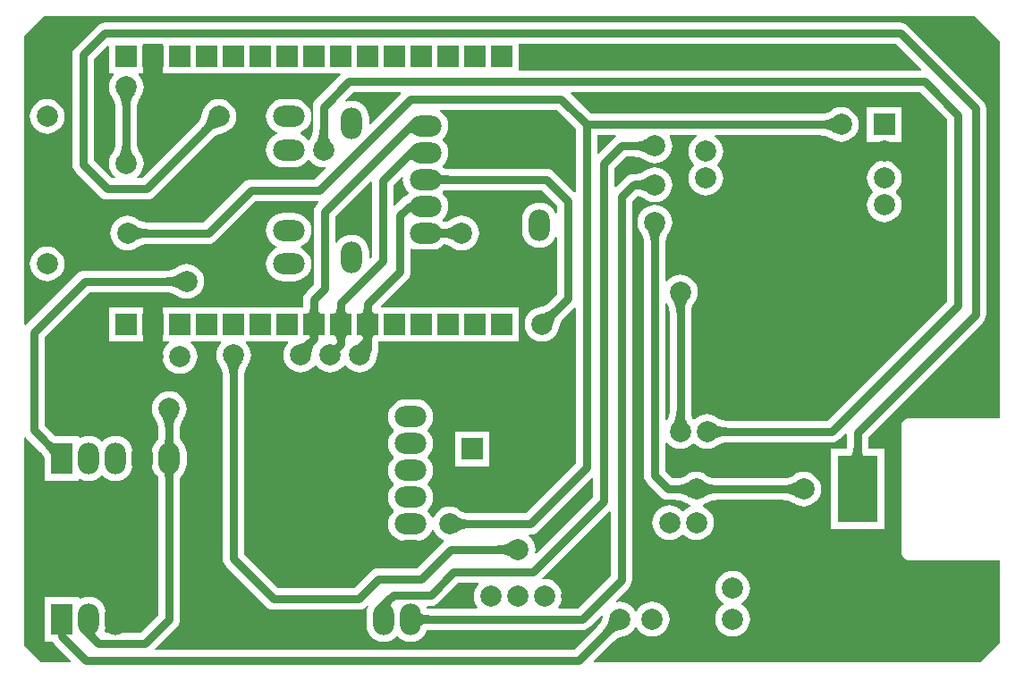
<source format=gbr>
%TF.GenerationSoftware,Altium Limited,Altium Designer,18.1.6 (161)*%
G04 Layer_Physical_Order=1*
G04 Layer_Color=255*
%FSLAX44Y44*%
%MOMM*%
%TF.FileFunction,Copper,L1,Top,Signal*%
%TF.Part,Single*%
G01*
G75*
%TA.AperFunction,Conductor*%
%ADD10C,0.7620*%
%TA.AperFunction,ComponentPad*%
%ADD11C,2.0000*%
%ADD12R,2.0000X2.0000*%
%ADD13O,2.0000X3.0000*%
%ADD14R,2.0000X3.0000*%
%ADD15R,3.8100X6.3500*%
%ADD16O,3.0000X2.0000*%
%ADD17R,2.0000X2.0000*%
%ADD18R,3.0000X2.0000*%
%ADD19O,2.0000X3.0000*%
%TA.AperFunction,ViaPad*%
%ADD20C,2.0000*%
G36*
X1142487Y1172201D02*
X1142001Y1171028D01*
X761840D01*
Y1196252D01*
X1118435D01*
X1142487Y1172201D01*
D02*
G37*
G36*
X397032Y1148507D02*
X396333Y1147364D01*
X395716Y1146172D01*
X395181Y1144931D01*
X394729Y1143642D01*
X394358Y1142302D01*
X394070Y1140914D01*
X393865Y1139477D01*
X393741Y1137990D01*
X393700Y1136454D01*
X386080D01*
X386039Y1137990D01*
X385915Y1139477D01*
X385710Y1140914D01*
X385422Y1142302D01*
X385051Y1143642D01*
X384599Y1144931D01*
X384064Y1146172D01*
X383447Y1147364D01*
X382748Y1148507D01*
X381966Y1149600D01*
X397814D01*
X397032Y1148507D01*
D02*
G37*
G36*
X649727Y1149359D02*
X620853Y1120485D01*
X619679Y1120971D01*
Y1126410D01*
X619364Y1129615D01*
X618428Y1132697D01*
X616910Y1135537D01*
X614867Y1138027D01*
X612378Y1140070D01*
X609537Y1141589D01*
X606455Y1142523D01*
X603250Y1142839D01*
X600045Y1142523D01*
X598175Y1141956D01*
X597501Y1143079D01*
X604955Y1150532D01*
X649240D01*
X649727Y1149359D01*
D02*
G37*
G36*
X1060700Y1112216D02*
X1059607Y1112998D01*
X1058464Y1113697D01*
X1057272Y1114314D01*
X1056031Y1114849D01*
X1054742Y1115302D01*
X1053402Y1115672D01*
X1052014Y1115960D01*
X1050577Y1116165D01*
X1049090Y1116289D01*
X1047554Y1116330D01*
Y1123950D01*
X1049090Y1123991D01*
X1050577Y1124115D01*
X1052014Y1124320D01*
X1053402Y1124608D01*
X1054742Y1124978D01*
X1056031Y1125431D01*
X1057272Y1125966D01*
X1058464Y1126583D01*
X1059607Y1127282D01*
X1060700Y1128064D01*
Y1112216D01*
D02*
G37*
G36*
X478810Y1117843D02*
X477484Y1117623D01*
X476181Y1117310D01*
X474902Y1116903D01*
X473647Y1116404D01*
X472415Y1115812D01*
X471206Y1115127D01*
X470021Y1114349D01*
X468859Y1113478D01*
X467720Y1112514D01*
X466605Y1111457D01*
X461217Y1116845D01*
X462274Y1117960D01*
X463238Y1119099D01*
X464109Y1120261D01*
X464887Y1121446D01*
X465572Y1122655D01*
X466164Y1123887D01*
X466663Y1125142D01*
X467070Y1126421D01*
X467383Y1127724D01*
X467603Y1129050D01*
X478810Y1117843D01*
D02*
G37*
G36*
X662028Y1110996D02*
X661809Y1111800D01*
X661463Y1112369D01*
X660989Y1112703D01*
X660387Y1112801D01*
X659658Y1112664D01*
X658801Y1112292D01*
X657817Y1111684D01*
X656705Y1110841D01*
X655465Y1109763D01*
X654098Y1108449D01*
X650094Y1115222D01*
X659771Y1124436D01*
X662028Y1110996D01*
D02*
G37*
G36*
X580431Y1113720D02*
X580555Y1112233D01*
X580760Y1110796D01*
X581048Y1109408D01*
X581418Y1108068D01*
X581871Y1106778D01*
X582406Y1105538D01*
X583023Y1104346D01*
X583722Y1103203D01*
X584504Y1102110D01*
X568656D01*
X569438Y1103203D01*
X570137Y1104346D01*
X570754Y1105538D01*
X571289Y1106778D01*
X571741Y1108068D01*
X572112Y1109408D01*
X572400Y1110796D01*
X572605Y1112233D01*
X572729Y1113720D01*
X572770Y1115256D01*
X580390D01*
X580431Y1113720D01*
D02*
G37*
G36*
X853305Y1108762D02*
X853302Y1108622D01*
X851274Y1107066D01*
X836921Y1092713D01*
X835748Y1093199D01*
Y1109892D01*
X852524D01*
X853305Y1108762D01*
D02*
G37*
G36*
X884170Y1091896D02*
X883077Y1092678D01*
X881934Y1093377D01*
X880742Y1093994D01*
X879501Y1094529D01*
X878212Y1094982D01*
X876872Y1095352D01*
X875484Y1095640D01*
X874047Y1095845D01*
X872560Y1095969D01*
X871024Y1096010D01*
Y1103630D01*
X872560Y1103671D01*
X874047Y1103795D01*
X875484Y1104000D01*
X876872Y1104288D01*
X878212Y1104659D01*
X879501Y1105111D01*
X880742Y1105646D01*
X881934Y1106263D01*
X883077Y1106962D01*
X884170Y1107744D01*
Y1091896D01*
D02*
G37*
G36*
X393741Y1101020D02*
X393865Y1099533D01*
X394070Y1098096D01*
X394358Y1096708D01*
X394729Y1095368D01*
X395181Y1094079D01*
X395716Y1092838D01*
X396333Y1091646D01*
X397032Y1090503D01*
X397814Y1089410D01*
X381966D01*
X382748Y1090503D01*
X383447Y1091646D01*
X384064Y1092838D01*
X384599Y1094079D01*
X385051Y1095368D01*
X385422Y1096708D01*
X385710Y1098096D01*
X385915Y1099533D01*
X386039Y1101020D01*
X386080Y1102556D01*
X393700D01*
X393741Y1101020D01*
D02*
G37*
G36*
X662028Y1085596D02*
X661809Y1086400D01*
X661463Y1086969D01*
X660989Y1087303D01*
X660387Y1087401D01*
X659658Y1087264D01*
X658801Y1086892D01*
X657817Y1086284D01*
X656705Y1085441D01*
X655465Y1084363D01*
X654098Y1083049D01*
X650094Y1089822D01*
X659771Y1099036D01*
X662028Y1085596D01*
D02*
G37*
G36*
X373540Y1194318D02*
Y1168560D01*
X377902D01*
X378203Y1167721D01*
X378251Y1167290D01*
X376230Y1164827D01*
X374711Y1161987D01*
X373777Y1158905D01*
X373461Y1155700D01*
X373777Y1152495D01*
X374711Y1149413D01*
X376230Y1146572D01*
X376532Y1146204D01*
X376699Y1145835D01*
X377346Y1144929D01*
X377804Y1144182D01*
X378209Y1143399D01*
X378564Y1142576D01*
X378870Y1141705D01*
X379125Y1140781D01*
X379329Y1139797D01*
X379479Y1138749D01*
X379572Y1137635D01*
X379608Y1136281D01*
X379642Y1136129D01*
Y1102881D01*
X379608Y1102729D01*
X379572Y1101375D01*
X379479Y1100261D01*
X379329Y1099213D01*
X379125Y1098229D01*
X378870Y1097305D01*
X378564Y1096434D01*
X378209Y1095611D01*
X377804Y1094828D01*
X377346Y1094081D01*
X376699Y1093175D01*
X376532Y1092806D01*
X376230Y1092438D01*
X374711Y1089597D01*
X373777Y1086515D01*
X373461Y1083310D01*
X373777Y1080105D01*
X374711Y1077023D01*
X376230Y1074183D01*
X378273Y1071693D01*
X379485Y1070698D01*
X379031Y1069428D01*
X376355D01*
X359498Y1086285D01*
Y1181935D01*
X372367Y1194804D01*
X373540Y1194318D01*
D02*
G37*
G36*
X684615Y1074947D02*
X684930Y1074303D01*
X685453Y1073735D01*
X686186Y1073243D01*
X687129Y1072827D01*
X688280Y1072486D01*
X689642Y1072221D01*
X691213Y1072031D01*
X692993Y1071918D01*
X694982Y1071880D01*
Y1064260D01*
X692993Y1064222D01*
X689642Y1063919D01*
X688280Y1063654D01*
X687129Y1063313D01*
X686186Y1062897D01*
X685453Y1062405D01*
X684930Y1061837D01*
X684615Y1061193D01*
X684511Y1060474D01*
Y1075666D01*
X684615Y1074947D01*
D02*
G37*
G36*
X815252Y1115895D02*
Y1056506D01*
X813982Y1055980D01*
X794646Y1075316D01*
X792524Y1076945D01*
X790052Y1077969D01*
X787400Y1078318D01*
X787400Y1078318D01*
X695268D01*
X695106Y1078353D01*
X693261Y1078388D01*
X691806Y1078481D01*
X690649Y1078621D01*
X690582Y1078634D01*
X689717Y1079687D01*
X689399Y1079949D01*
X689217Y1080964D01*
X689295Y1081404D01*
X689379Y1081576D01*
X689717Y1081853D01*
X691760Y1084342D01*
X693279Y1087183D01*
X694213Y1090265D01*
X694529Y1093470D01*
X694213Y1096675D01*
X693279Y1099757D01*
X691760Y1102598D01*
X689717Y1105087D01*
X689171Y1105535D01*
Y1106805D01*
X689717Y1107253D01*
X691760Y1109743D01*
X693279Y1112583D01*
X694213Y1115665D01*
X694529Y1118870D01*
X694213Y1122075D01*
X693279Y1125157D01*
X691760Y1127998D01*
X689717Y1130487D01*
X687227Y1132530D01*
X686741Y1132790D01*
X687050Y1134022D01*
X797125D01*
X815252Y1115895D01*
D02*
G37*
G36*
X884170Y1055066D02*
X883077Y1055848D01*
X881934Y1056547D01*
X880742Y1057164D01*
X879501Y1057699D01*
X878212Y1058151D01*
X876872Y1058522D01*
X875484Y1058810D01*
X874047Y1059015D01*
X872560Y1059139D01*
X871024Y1059180D01*
Y1066800D01*
X872560Y1066841D01*
X874047Y1066965D01*
X875484Y1067170D01*
X876872Y1067458D01*
X878212Y1067829D01*
X879501Y1068281D01*
X880742Y1068816D01*
X881934Y1069433D01*
X883077Y1070132D01*
X884170Y1070914D01*
Y1055066D01*
D02*
G37*
G36*
X651851Y1069903D02*
X651671Y1068070D01*
X651987Y1064865D01*
X652922Y1061783D01*
X654440Y1058942D01*
X656483Y1056453D01*
X657029Y1056005D01*
Y1054735D01*
X656483Y1054287D01*
X655003Y1052484D01*
X652736Y1051545D01*
X650614Y1049916D01*
X650614Y1049916D01*
X643881Y1043183D01*
X642708Y1043670D01*
Y1062555D01*
X650632Y1070480D01*
X651851Y1069903D01*
D02*
G37*
G36*
X797472Y1043505D02*
Y1036452D01*
X796228Y1036177D01*
X794710Y1039017D01*
X792667Y1041507D01*
X790178Y1043550D01*
X787337Y1045069D01*
X784255Y1046003D01*
X781050Y1046319D01*
X777845Y1046003D01*
X774763Y1045069D01*
X771923Y1043550D01*
X769433Y1041507D01*
X767390Y1039017D01*
X765872Y1036177D01*
X764937Y1033095D01*
X764621Y1029890D01*
Y1019890D01*
X764937Y1016685D01*
X765872Y1013603D01*
X767390Y1010762D01*
X769433Y1008273D01*
X771923Y1006230D01*
X774763Y1004712D01*
X777845Y1003777D01*
X781050Y1003461D01*
X784255Y1003777D01*
X787337Y1004712D01*
X790178Y1006230D01*
X792667Y1008273D01*
X794710Y1010762D01*
X796228Y1013603D01*
X797472Y1013328D01*
Y959285D01*
X790182Y951995D01*
X790051Y951912D01*
X789068Y950980D01*
X788214Y950257D01*
X787368Y949623D01*
X786528Y949072D01*
X785693Y948599D01*
X784862Y948199D01*
X784029Y947868D01*
X783189Y947601D01*
X782336Y947396D01*
X781238Y947213D01*
X780860Y947070D01*
X780385Y947023D01*
X777303Y946088D01*
X774463Y944570D01*
X771973Y942527D01*
X769930Y940038D01*
X768411Y937197D01*
X767477Y934115D01*
X767161Y930910D01*
X767477Y927705D01*
X768411Y924623D01*
X769930Y921783D01*
X771973Y919293D01*
X774463Y917250D01*
X777303Y915732D01*
X780385Y914797D01*
X783590Y914481D01*
X786795Y914797D01*
X789877Y915732D01*
X792718Y917250D01*
X795207Y919293D01*
X797250Y921783D01*
X798768Y924623D01*
X799704Y927705D01*
X799750Y928180D01*
X799893Y928558D01*
X800076Y929656D01*
X800281Y930509D01*
X800548Y931349D01*
X800879Y932182D01*
X801279Y933013D01*
X801752Y933848D01*
X802303Y934688D01*
X802937Y935534D01*
X803660Y936387D01*
X804592Y937371D01*
X804675Y937502D01*
X813982Y946810D01*
X815252Y946284D01*
Y799265D01*
X767915Y751928D01*
X715531D01*
X715379Y751962D01*
X714025Y751998D01*
X712911Y752091D01*
X711863Y752241D01*
X710879Y752445D01*
X709955Y752700D01*
X709084Y753006D01*
X708261Y753361D01*
X707478Y753766D01*
X706731Y754224D01*
X705825Y754871D01*
X705456Y755038D01*
X705088Y755340D01*
X702247Y756859D01*
X699165Y757794D01*
X695960Y758109D01*
X692755Y757794D01*
X689673Y756859D01*
X686833Y755340D01*
X684343Y753297D01*
X682300Y750807D01*
X680781Y747967D01*
X680680Y747633D01*
X679410D01*
X679308Y747967D01*
X677790Y750807D01*
X675747Y753297D01*
X675201Y753745D01*
Y755015D01*
X675747Y755463D01*
X677790Y757952D01*
X679308Y760793D01*
X680243Y763875D01*
X680559Y767080D01*
X680243Y770285D01*
X679308Y773367D01*
X677790Y776208D01*
X675747Y778697D01*
X675201Y779145D01*
Y780415D01*
X675747Y780863D01*
X677790Y783353D01*
X679308Y786193D01*
X680243Y789275D01*
X680559Y792480D01*
X680243Y795685D01*
X679308Y798767D01*
X677790Y801608D01*
X675747Y804097D01*
X675201Y804545D01*
Y805815D01*
X675747Y806263D01*
X677790Y808753D01*
X679308Y811593D01*
X680243Y814675D01*
X680559Y817880D01*
X680243Y821085D01*
X679308Y824167D01*
X677790Y827008D01*
X675747Y829497D01*
X675201Y829945D01*
Y831215D01*
X675747Y831663D01*
X677790Y834153D01*
X679308Y836993D01*
X680243Y840075D01*
X680559Y843280D01*
X680243Y846485D01*
X679308Y849567D01*
X677790Y852408D01*
X675747Y854897D01*
X673258Y856940D01*
X670417Y858458D01*
X667335Y859393D01*
X664130Y859709D01*
X654130D01*
X650925Y859393D01*
X647843Y858458D01*
X645003Y856940D01*
X642513Y854897D01*
X640470Y852408D01*
X638951Y849567D01*
X638017Y846485D01*
X637701Y843280D01*
X638017Y840075D01*
X638951Y836993D01*
X640470Y834153D01*
X642513Y831663D01*
X643059Y831215D01*
Y829945D01*
X642513Y829497D01*
X640470Y827008D01*
X638951Y824167D01*
X638017Y821085D01*
X637701Y817880D01*
X638017Y814675D01*
X638951Y811593D01*
X640470Y808753D01*
X642513Y806263D01*
X643059Y805815D01*
Y804545D01*
X642513Y804097D01*
X640470Y801608D01*
X638951Y798767D01*
X638017Y795685D01*
X637701Y792480D01*
X638017Y789275D01*
X638951Y786193D01*
X640470Y783353D01*
X642513Y780863D01*
X643059Y780415D01*
Y779145D01*
X642513Y778697D01*
X640470Y776208D01*
X638951Y773367D01*
X638017Y770285D01*
X637701Y767080D01*
X638017Y763875D01*
X638951Y760793D01*
X640470Y757952D01*
X642513Y755463D01*
X643059Y755015D01*
Y753745D01*
X642513Y753297D01*
X640470Y750807D01*
X638951Y747967D01*
X638017Y744885D01*
X637701Y741680D01*
X638017Y738475D01*
X638951Y735393D01*
X640470Y732552D01*
X642513Y730063D01*
X645003Y728020D01*
X647843Y726501D01*
X650925Y725566D01*
X654130Y725251D01*
X664130D01*
X667335Y725566D01*
X670417Y726501D01*
X673258Y728020D01*
X675747Y730063D01*
X677790Y732552D01*
X679308Y735393D01*
X679410Y735727D01*
X680680D01*
X680781Y735393D01*
X682300Y732552D01*
X684343Y730063D01*
X686833Y728020D01*
X689673Y726501D01*
X690158Y726354D01*
X690386Y725105D01*
X689984Y724796D01*
X665045Y699858D01*
X628650D01*
X625998Y699509D01*
X623526Y698485D01*
X621404Y696856D01*
X605355Y680808D01*
X533835D01*
X501738Y712905D01*
Y882129D01*
X501772Y882281D01*
X501808Y883635D01*
X501901Y884749D01*
X502051Y885797D01*
X502255Y886781D01*
X502510Y887705D01*
X502816Y888576D01*
X503171Y889399D01*
X503576Y890182D01*
X504034Y890929D01*
X504681Y891835D01*
X504848Y892204D01*
X505150Y892572D01*
X506669Y895413D01*
X507603Y898495D01*
X507919Y901700D01*
X507603Y904905D01*
X506669Y907987D01*
X505150Y910827D01*
X503129Y913290D01*
X503177Y913721D01*
X503478Y914560D01*
X543002D01*
X543302Y913721D01*
X543351Y913290D01*
X541330Y910827D01*
X539812Y907987D01*
X538876Y904905D01*
X538561Y901700D01*
X538876Y898495D01*
X539812Y895413D01*
X541330Y892572D01*
X543373Y890083D01*
X545863Y888040D01*
X548703Y886522D01*
X551785Y885586D01*
X554990Y885271D01*
X558195Y885586D01*
X561277Y886522D01*
X564118Y888040D01*
X566607Y890083D01*
X568155Y891969D01*
X568272Y892033D01*
X569648D01*
X569765Y891969D01*
X571313Y890083D01*
X573802Y888040D01*
X576643Y886522D01*
X579725Y885586D01*
X582930Y885271D01*
X586135Y885586D01*
X589217Y886522D01*
X592057Y888040D01*
X594547Y890083D01*
X596095Y891969D01*
X596212Y892033D01*
X597588D01*
X597705Y891969D01*
X599253Y890083D01*
X601743Y888040D01*
X604583Y886522D01*
X607665Y885586D01*
X610870Y885271D01*
X614075Y885586D01*
X617157Y886522D01*
X619997Y888040D01*
X622487Y890083D01*
X624530Y892572D01*
X626049Y895413D01*
X626983Y898495D01*
X627285Y901552D01*
X627365Y901656D01*
X628388Y904128D01*
X628738Y906780D01*
X628738Y906780D01*
Y912998D01*
X628772Y913150D01*
X628805Y914398D01*
X628819Y914560D01*
X761840D01*
Y947260D01*
X631434D01*
X630948Y948433D01*
X656216Y973702D01*
X656216Y973702D01*
X657845Y975824D01*
X658868Y978296D01*
X659218Y980948D01*
Y1002243D01*
X660307Y1002896D01*
X661813Y1002092D01*
X664895Y1001156D01*
X668100Y1000841D01*
X678100D01*
X681305Y1001156D01*
X684387Y1002092D01*
X687227Y1003610D01*
X688170Y1004383D01*
X688382Y1004484D01*
X688635Y1004764D01*
X688815Y1004913D01*
X689089Y1005096D01*
X689150Y1005188D01*
X689717Y1005653D01*
X690579Y1006703D01*
X691162Y1006756D01*
X691487Y1006709D01*
X692471Y1006505D01*
X693395Y1006250D01*
X694266Y1005944D01*
X695089Y1005589D01*
X695872Y1005184D01*
X696619Y1004726D01*
X697525Y1004079D01*
X697894Y1003912D01*
X698262Y1003610D01*
X701103Y1002092D01*
X704185Y1001156D01*
X707390Y1000841D01*
X710595Y1001156D01*
X713677Y1002092D01*
X716517Y1003610D01*
X719007Y1005653D01*
X721050Y1008142D01*
X722569Y1010983D01*
X723503Y1014065D01*
X723819Y1017270D01*
X723503Y1020475D01*
X722569Y1023557D01*
X721050Y1026397D01*
X719007Y1028887D01*
X716517Y1030930D01*
X713677Y1032449D01*
X710595Y1033383D01*
X707390Y1033699D01*
X704185Y1033383D01*
X701103Y1032449D01*
X698262Y1030930D01*
X697894Y1030628D01*
X697525Y1030461D01*
X696619Y1029814D01*
X695872Y1029356D01*
X695089Y1028951D01*
X694266Y1028596D01*
X693395Y1028290D01*
X692471Y1028035D01*
X691487Y1027831D01*
X691065Y1027770D01*
X690649Y1027821D01*
X690582Y1027834D01*
X689717Y1028887D01*
X689399Y1029148D01*
X689217Y1030164D01*
X689295Y1030604D01*
X689379Y1030776D01*
X689717Y1031053D01*
X691760Y1033542D01*
X693279Y1036383D01*
X694213Y1039465D01*
X694529Y1042670D01*
X694213Y1045875D01*
X693279Y1048957D01*
X691760Y1051797D01*
X689717Y1054287D01*
X689379Y1054564D01*
X689295Y1054736D01*
X689217Y1055176D01*
X689399Y1056191D01*
X689717Y1056453D01*
X690579Y1057503D01*
X693346Y1057753D01*
X695106Y1057787D01*
X695268Y1057822D01*
X783155D01*
X797472Y1043505D01*
D02*
G37*
G36*
X701290Y1009346D02*
X700197Y1010128D01*
X699054Y1010827D01*
X697862Y1011444D01*
X696621Y1011979D01*
X695331Y1012431D01*
X693992Y1012802D01*
X692604Y1013090D01*
X691331Y1013272D01*
X689642Y1013119D01*
X688280Y1012854D01*
X687129Y1012513D01*
X686186Y1012097D01*
X685453Y1011605D01*
X684930Y1011037D01*
X684615Y1010393D01*
X684511Y1009674D01*
Y1024866D01*
X684615Y1024147D01*
X684930Y1023503D01*
X685453Y1022935D01*
X686186Y1022443D01*
X687129Y1022027D01*
X688280Y1021686D01*
X689642Y1021421D01*
X691129Y1021242D01*
X691167Y1021245D01*
X692604Y1021450D01*
X693992Y1021738D01*
X695331Y1022109D01*
X696621Y1022561D01*
X697862Y1023096D01*
X699054Y1023713D01*
X700197Y1024412D01*
X701290Y1025194D01*
Y1009346D01*
D02*
G37*
G36*
X398353Y1024412D02*
X399496Y1023713D01*
X400688Y1023096D01*
X401928Y1022561D01*
X403218Y1022109D01*
X404558Y1021738D01*
X405946Y1021450D01*
X407383Y1021245D01*
X408870Y1021121D01*
X410406Y1021080D01*
Y1013460D01*
X408870Y1013419D01*
X407383Y1013295D01*
X405946Y1013090D01*
X404558Y1012802D01*
X403218Y1012431D01*
X401928Y1011979D01*
X400688Y1011444D01*
X399496Y1010827D01*
X398353Y1010128D01*
X397260Y1009346D01*
Y1025194D01*
X398353Y1024412D01*
D02*
G37*
G36*
X897412Y1020237D02*
X896713Y1019094D01*
X896096Y1017902D01*
X895561Y1016662D01*
X895108Y1015371D01*
X894738Y1014032D01*
X894450Y1012644D01*
X894245Y1011207D01*
X894121Y1009720D01*
X894080Y1008184D01*
X886460D01*
X886419Y1009720D01*
X886295Y1011207D01*
X886090Y1012644D01*
X885802Y1014032D01*
X885432Y1015371D01*
X884979Y1016662D01*
X884444Y1017902D01*
X883827Y1019094D01*
X883128Y1020237D01*
X882346Y1021330D01*
X898194D01*
X897412Y1020237D01*
D02*
G37*
G36*
X622212Y1065664D02*
Y994845D01*
X620853Y993485D01*
X619679Y993971D01*
Y999410D01*
X619364Y1002615D01*
X618428Y1005697D01*
X616910Y1008538D01*
X614867Y1011027D01*
X612378Y1013070D01*
X609537Y1014588D01*
X606455Y1015523D01*
X603250Y1015839D01*
X600045Y1015523D01*
X596963Y1014588D01*
X594123Y1013070D01*
X591633Y1011027D01*
X589590Y1008538D01*
X589330Y1008051D01*
X588098Y1008360D01*
Y1033345D01*
X620942Y1066190D01*
X622212Y1065664D01*
D02*
G37*
G36*
X440940Y963626D02*
X439847Y964408D01*
X438704Y965107D01*
X437512Y965724D01*
X436272Y966259D01*
X434981Y966712D01*
X433642Y967082D01*
X432254Y967370D01*
X430817Y967575D01*
X429330Y967699D01*
X427794Y967740D01*
Y975360D01*
X429330Y975401D01*
X430817Y975525D01*
X432254Y975730D01*
X433642Y976018D01*
X434981Y976388D01*
X436272Y976841D01*
X437512Y977376D01*
X438704Y977993D01*
X439847Y978692D01*
X440940Y979474D01*
Y963626D01*
D02*
G37*
G36*
X921542Y954197D02*
X920843Y953054D01*
X920226Y951862D01*
X919691Y950621D01*
X919239Y949332D01*
X918868Y947992D01*
X918580Y946604D01*
X918375Y945167D01*
X918251Y943680D01*
X918210Y942144D01*
X910590D01*
X910549Y943680D01*
X910425Y945167D01*
X910220Y946604D01*
X909932Y947992D01*
X909561Y949332D01*
X909109Y950621D01*
X908574Y951862D01*
X907957Y953054D01*
X907258Y954197D01*
X906476Y955290D01*
X922324D01*
X921542Y954197D01*
D02*
G37*
G36*
X622338Y947046D02*
X622452Y945745D01*
X622643Y944598D01*
X622910Y943603D01*
X623252Y942762D01*
X623672Y942073D01*
X624167Y941538D01*
X624738Y941155D01*
X625386Y940926D01*
X626110Y940849D01*
X610870D01*
X611594Y940926D01*
X612242Y941155D01*
X612813Y941538D01*
X613308Y942073D01*
X613727Y942762D01*
X614070Y943603D01*
X614337Y944598D01*
X614528Y945745D01*
X614642Y947046D01*
X614680Y948500D01*
X622300D01*
X622338Y947046D01*
D02*
G37*
G36*
X596938D02*
X597052Y945745D01*
X597243Y944598D01*
X597510Y943603D01*
X597853Y942762D01*
X598272Y942073D01*
X598767Y941538D01*
X599338Y941155D01*
X599986Y940926D01*
X600710Y940849D01*
X585470D01*
X586194Y940926D01*
X586842Y941155D01*
X587413Y941538D01*
X587908Y942073D01*
X588327Y942762D01*
X588670Y943603D01*
X588937Y944598D01*
X589128Y945745D01*
X589242Y947046D01*
X589280Y948500D01*
X596900D01*
X596938Y947046D01*
D02*
G37*
G36*
X571538D02*
X571652Y945745D01*
X571843Y944598D01*
X572110Y943603D01*
X572453Y942762D01*
X572872Y942073D01*
X573367Y941538D01*
X573938Y941155D01*
X574586Y940926D01*
X575310Y940849D01*
X560070D01*
X560794Y940926D01*
X561442Y941155D01*
X562013Y941538D01*
X562508Y942073D01*
X562928Y942762D01*
X563270Y943603D01*
X563537Y944598D01*
X563728Y945745D01*
X563842Y947046D01*
X563880Y948500D01*
X571500D01*
X571538Y947046D01*
D02*
G37*
G36*
X799893Y941825D02*
X798836Y940710D01*
X797872Y939571D01*
X797001Y938409D01*
X796223Y937224D01*
X795538Y936015D01*
X794946Y934783D01*
X794447Y933528D01*
X794040Y932249D01*
X793727Y930946D01*
X793506Y929620D01*
X782300Y940826D01*
X783626Y941047D01*
X784929Y941360D01*
X786208Y941767D01*
X787463Y942266D01*
X788695Y942858D01*
X789904Y943543D01*
X791089Y944321D01*
X792251Y945192D01*
X793390Y946156D01*
X794505Y947213D01*
X799893Y941825D01*
D02*
G37*
G36*
X599986Y920864D02*
X599338Y920636D01*
X598767Y920255D01*
X598272Y919721D01*
X597853Y919035D01*
X597510Y918197D01*
X597243Y917207D01*
X597052Y916064D01*
X596938Y914768D01*
X596900Y913320D01*
X591629D01*
X595784Y909166D01*
X595101Y908475D01*
X592601Y905596D01*
X592451Y905327D01*
X592377Y905119D01*
X592380Y904972D01*
X586202Y911150D01*
X586349Y911147D01*
X586557Y911221D01*
X586826Y911371D01*
X587154Y911597D01*
X587544Y911899D01*
X588503Y912732D01*
X589276Y913476D01*
X589242Y914768D01*
X589128Y916064D01*
X588937Y917207D01*
X588670Y918197D01*
X588327Y919035D01*
X587908Y919721D01*
X587413Y920255D01*
X586842Y920636D01*
X586194Y920864D01*
X585470Y920940D01*
X600710D01*
X599986Y920864D01*
D02*
G37*
G36*
X614695Y920940D02*
X626110D01*
X625386Y920864D01*
X624738Y920636D01*
X624167Y920255D01*
X623672Y919721D01*
X623252Y919035D01*
X622910Y918197D01*
X622643Y917207D01*
X622452Y916064D01*
X622338Y914768D01*
X622300Y913320D01*
X621740D01*
X620644Y903814D01*
X606152Y910517D01*
X607772Y911443D01*
X609222Y912394D01*
X610501Y913372D01*
X611610Y914376D01*
X612548Y915406D01*
X613316Y916462D01*
X613913Y917544D01*
X614109Y918054D01*
X614070Y918197D01*
X613727Y919035D01*
X613308Y919721D01*
X612813Y920255D01*
X612242Y920636D01*
X611594Y920864D01*
X610870Y920940D01*
X614680D01*
X614680Y920946D01*
X614695Y920940D01*
D02*
G37*
G36*
X571654Y920900D02*
X571622Y920780D01*
X571593Y920580D01*
X571569Y920300D01*
X571508Y918380D01*
X571500Y916940D01*
X566396D01*
X570384Y914246D01*
X569414Y913200D01*
X568539Y912100D01*
X567760Y910944D01*
X567077Y909732D01*
X566489Y908465D01*
X565997Y907143D01*
X565600Y905766D01*
X565298Y904333D01*
X565092Y902846D01*
X564982Y901302D01*
X552797Y911457D01*
X553842Y911738D01*
X554903Y912115D01*
X555980Y912588D01*
X557072Y913158D01*
X558180Y913823D01*
X559303Y914585D01*
X561596Y916395D01*
X562767Y917445D01*
X563808Y918451D01*
X563689Y920940D01*
X571690D01*
X571654Y920900D01*
D02*
G37*
G36*
X498632Y894507D02*
X497933Y893364D01*
X497316Y892172D01*
X496781Y890931D01*
X496329Y889641D01*
X495958Y888302D01*
X495670Y886914D01*
X495465Y885477D01*
X495341Y883990D01*
X495300Y882454D01*
X487680D01*
X487639Y883990D01*
X487515Y885477D01*
X487310Y886914D01*
X487022Y888302D01*
X486651Y889641D01*
X486199Y890931D01*
X485664Y892172D01*
X485047Y893364D01*
X484348Y894507D01*
X483566Y895600D01*
X499414D01*
X498632Y894507D01*
D02*
G37*
G36*
X901856Y950619D02*
X902314Y949872D01*
X902719Y949089D01*
X903074Y948266D01*
X903380Y947395D01*
X903635Y946471D01*
X903839Y945487D01*
X903989Y944439D01*
X904082Y943325D01*
X904118Y941971D01*
X904152Y941819D01*
Y848881D01*
X904118Y848729D01*
X904082Y847375D01*
X903989Y846261D01*
X903839Y845213D01*
X903635Y844229D01*
X903380Y843305D01*
X903074Y842434D01*
X902719Y841611D01*
X902314Y840828D01*
X901856Y840081D01*
X901788Y839985D01*
X900518Y840392D01*
Y950308D01*
X901788Y950715D01*
X901856Y950619D01*
D02*
G37*
G36*
X1216594Y1199506D02*
X1216594Y842076D01*
X1131570D01*
X1129581Y841814D01*
X1127727Y841046D01*
X1126135Y839825D01*
X1124914Y838233D01*
X1124146Y836379D01*
X1123884Y834390D01*
Y715010D01*
X1124146Y713021D01*
X1124914Y711167D01*
X1126135Y709575D01*
X1127727Y708354D01*
X1129581Y707586D01*
X1131570Y707324D01*
X1216594D01*
Y629294D01*
X1198236Y610936D01*
X832828D01*
X832342Y612109D01*
X850658Y630425D01*
X850789Y630508D01*
X851772Y631440D01*
X852626Y632163D01*
X853472Y632797D01*
X854312Y633349D01*
X855147Y633821D01*
X855978Y634221D01*
X856811Y634552D01*
X857651Y634819D01*
X858504Y635024D01*
X859602Y635207D01*
X859980Y635350D01*
X860455Y635396D01*
X863537Y636331D01*
X866377Y637850D01*
X868867Y639893D01*
X870910Y642383D01*
X871770Y643991D01*
X873210D01*
X874070Y642383D01*
X876113Y639893D01*
X878603Y637850D01*
X881443Y636331D01*
X884525Y635396D01*
X887730Y635081D01*
X890935Y635396D01*
X894017Y636331D01*
X896858Y637850D01*
X899347Y639893D01*
X901390Y642383D01*
X902908Y645223D01*
X903844Y648305D01*
X904159Y651510D01*
X903844Y654715D01*
X902908Y657797D01*
X901390Y660638D01*
X899347Y663127D01*
X896858Y665170D01*
X894017Y666689D01*
X890935Y667624D01*
X887730Y667939D01*
X884525Y667624D01*
X881443Y666689D01*
X878603Y665170D01*
X876113Y663127D01*
X874070Y660638D01*
X873210Y659029D01*
X871770D01*
X870910Y660638D01*
X868867Y663127D01*
X866377Y665170D01*
X863537Y666689D01*
X860455Y667624D01*
X857250Y667939D01*
X854097Y667629D01*
X854015Y667702D01*
X853522Y668850D01*
X865766Y681094D01*
X867395Y683216D01*
X868419Y685688D01*
X868768Y688340D01*
X868768Y1047315D01*
X873942Y1052490D01*
X874367Y1052429D01*
X875351Y1052225D01*
X876275Y1051970D01*
X877146Y1051664D01*
X877969Y1051309D01*
X878752Y1050904D01*
X879499Y1050446D01*
X880405Y1049799D01*
X880773Y1049632D01*
X881143Y1049330D01*
X883983Y1047812D01*
X887065Y1046877D01*
X890270Y1046561D01*
X893475Y1046877D01*
X896557Y1047812D01*
X899398Y1049330D01*
X901887Y1051373D01*
X903930Y1053863D01*
X905449Y1056703D01*
X906384Y1059785D01*
X906699Y1062990D01*
X906384Y1066195D01*
X905449Y1069277D01*
X903930Y1072117D01*
X901887Y1074607D01*
X899398Y1076650D01*
X896557Y1078168D01*
X893475Y1079103D01*
X890270Y1079419D01*
X887065Y1079103D01*
X883983Y1078168D01*
X881143Y1076650D01*
X880774Y1076348D01*
X880405Y1076181D01*
X879499Y1075534D01*
X878752Y1075076D01*
X877969Y1074671D01*
X877146Y1074316D01*
X876275Y1074010D01*
X875351Y1073755D01*
X874367Y1073551D01*
X873319Y1073401D01*
X872205Y1073308D01*
X870851Y1073272D01*
X870699Y1073238D01*
X869950D01*
X867298Y1072888D01*
X864826Y1071865D01*
X862704Y1070236D01*
X853431Y1060963D01*
X852258Y1061450D01*
Y1079065D01*
X862765Y1089572D01*
X870699D01*
X870851Y1089538D01*
X872205Y1089502D01*
X873319Y1089409D01*
X874367Y1089259D01*
X875351Y1089055D01*
X876275Y1088800D01*
X877146Y1088494D01*
X877969Y1088139D01*
X878752Y1087734D01*
X879499Y1087276D01*
X880405Y1086629D01*
X880773Y1086462D01*
X881143Y1086160D01*
X883983Y1084641D01*
X887065Y1083707D01*
X890270Y1083391D01*
X893475Y1083707D01*
X896557Y1084641D01*
X899398Y1086160D01*
X901887Y1088203D01*
X903930Y1090693D01*
X905449Y1093533D01*
X906384Y1096615D01*
X906699Y1099820D01*
X906384Y1103025D01*
X905449Y1106107D01*
X904104Y1108622D01*
X904629Y1109892D01*
X929580D01*
X929889Y1108660D01*
X929402Y1108400D01*
X926913Y1106357D01*
X924870Y1103867D01*
X923352Y1101027D01*
X922417Y1097945D01*
X922101Y1094740D01*
X922417Y1091535D01*
X923352Y1088453D01*
X924870Y1085612D01*
X926913Y1083123D01*
X927458Y1082675D01*
Y1081405D01*
X926913Y1080957D01*
X924870Y1078467D01*
X923352Y1075627D01*
X922417Y1072545D01*
X922101Y1069340D01*
X922417Y1066135D01*
X923352Y1063053D01*
X924870Y1060212D01*
X926913Y1057723D01*
X929402Y1055680D01*
X932243Y1054162D01*
X935325Y1053226D01*
X938530Y1052911D01*
X941735Y1053226D01*
X944817Y1054162D01*
X947657Y1055680D01*
X950147Y1057723D01*
X952190Y1060212D01*
X953708Y1063053D01*
X954643Y1066135D01*
X954959Y1069340D01*
X954643Y1072545D01*
X953708Y1075627D01*
X952190Y1078467D01*
X950147Y1080957D01*
X949602Y1081405D01*
Y1082675D01*
X950147Y1083123D01*
X952190Y1085612D01*
X953708Y1088453D01*
X954643Y1091535D01*
X954959Y1094740D01*
X954643Y1097945D01*
X953708Y1101027D01*
X952190Y1103867D01*
X950147Y1106357D01*
X947657Y1108400D01*
X947171Y1108660D01*
X947480Y1109892D01*
X1047229D01*
X1047381Y1109858D01*
X1048735Y1109822D01*
X1049849Y1109729D01*
X1050897Y1109579D01*
X1051881Y1109375D01*
X1052805Y1109120D01*
X1053676Y1108814D01*
X1054499Y1108459D01*
X1055282Y1108054D01*
X1056029Y1107596D01*
X1056935Y1106949D01*
X1057303Y1106782D01*
X1057673Y1106480D01*
X1060513Y1104961D01*
X1063595Y1104026D01*
X1066800Y1103711D01*
X1070005Y1104026D01*
X1073087Y1104961D01*
X1075928Y1106480D01*
X1078417Y1108523D01*
X1080460Y1111012D01*
X1081979Y1113853D01*
X1082914Y1116935D01*
X1083229Y1120140D01*
X1082914Y1123345D01*
X1081979Y1126427D01*
X1080460Y1129268D01*
X1078417Y1131757D01*
X1075928Y1133800D01*
X1073087Y1135319D01*
X1070005Y1136254D01*
X1066800Y1136569D01*
X1063595Y1136254D01*
X1060513Y1135319D01*
X1057673Y1133800D01*
X1057304Y1133498D01*
X1056935Y1133331D01*
X1056029Y1132684D01*
X1055282Y1132226D01*
X1054499Y1131821D01*
X1053676Y1131466D01*
X1052805Y1131160D01*
X1051881Y1130905D01*
X1050897Y1130701D01*
X1049849Y1130551D01*
X1048735Y1130458D01*
X1047381Y1130422D01*
X1047229Y1130388D01*
X829745D01*
X810773Y1149359D01*
X811260Y1150532D01*
X1141295D01*
X1167042Y1124785D01*
Y952935D01*
X1053665Y839558D01*
X959371D01*
X959219Y839592D01*
X957865Y839628D01*
X956751Y839721D01*
X955703Y839871D01*
X954719Y840075D01*
X953795Y840330D01*
X952924Y840636D01*
X952101Y840991D01*
X951319Y841396D01*
X950571Y841854D01*
X949665Y842501D01*
X949296Y842668D01*
X948928Y842970D01*
X946087Y844489D01*
X943005Y845424D01*
X939800Y845739D01*
X936595Y845424D01*
X933513Y844489D01*
X930673Y842970D01*
X928183Y840927D01*
X928028Y840738D01*
X926486Y840828D01*
X926081Y841611D01*
X925726Y842434D01*
X925420Y843305D01*
X925165Y844229D01*
X924961Y845213D01*
X924811Y846261D01*
X924718Y847375D01*
X924682Y848729D01*
X924648Y848881D01*
Y941819D01*
X924682Y941971D01*
X924718Y943325D01*
X924811Y944439D01*
X924961Y945487D01*
X925165Y946471D01*
X925420Y947395D01*
X925726Y948266D01*
X926081Y949089D01*
X926486Y949872D01*
X926944Y950619D01*
X927591Y951525D01*
X927758Y951893D01*
X928060Y952262D01*
X929578Y955103D01*
X930514Y958185D01*
X930829Y961390D01*
X930514Y964595D01*
X929578Y967677D01*
X928060Y970518D01*
X926017Y973007D01*
X923528Y975050D01*
X920687Y976569D01*
X917605Y977504D01*
X914400Y977819D01*
X911195Y977504D01*
X908113Y976569D01*
X905273Y975050D01*
X902783Y973007D01*
X901788Y971795D01*
X900518Y972249D01*
Y1007859D01*
X900552Y1008011D01*
X900588Y1009365D01*
X900681Y1010479D01*
X900831Y1011527D01*
X901035Y1012511D01*
X901290Y1013435D01*
X901596Y1014306D01*
X901951Y1015129D01*
X902356Y1015911D01*
X902814Y1016659D01*
X903461Y1017565D01*
X903628Y1017934D01*
X903930Y1018303D01*
X905449Y1021143D01*
X906384Y1024225D01*
X906699Y1027430D01*
X906384Y1030635D01*
X905449Y1033717D01*
X903930Y1036557D01*
X901887Y1039047D01*
X899398Y1041090D01*
X896557Y1042608D01*
X893475Y1043543D01*
X890270Y1043859D01*
X887065Y1043543D01*
X883983Y1042608D01*
X881143Y1041090D01*
X878653Y1039047D01*
X876610Y1036557D01*
X875091Y1033717D01*
X874156Y1030635D01*
X873841Y1027430D01*
X874156Y1024225D01*
X875091Y1021143D01*
X876610Y1018303D01*
X876912Y1017934D01*
X877079Y1017565D01*
X877726Y1016659D01*
X878184Y1015911D01*
X878589Y1015129D01*
X878944Y1014306D01*
X879250Y1013435D01*
X879505Y1012511D01*
X879709Y1011527D01*
X879859Y1010480D01*
X879952Y1009365D01*
X879988Y1008011D01*
X880022Y1007859D01*
Y787400D01*
X880022Y787400D01*
X880371Y784748D01*
X881395Y782276D01*
X883024Y780154D01*
X895724Y767454D01*
X895724Y767454D01*
X897846Y765825D01*
X900318Y764801D01*
X902970Y764452D01*
X902970Y764452D01*
X910069D01*
X910221Y764418D01*
X911575Y764382D01*
X912689Y764289D01*
X913737Y764139D01*
X914721Y763935D01*
X915645Y763680D01*
X916516Y763374D01*
X917339Y763019D01*
X918121Y762614D01*
X918869Y762156D01*
X919775Y761509D01*
X920144Y761342D01*
X920512Y761040D01*
X923353Y759521D01*
X923556Y759460D01*
Y758190D01*
X923353Y758129D01*
X920512Y756610D01*
X918023Y754567D01*
X917575Y754022D01*
X916305D01*
X915857Y754567D01*
X913367Y756610D01*
X910527Y758129D01*
X907445Y759063D01*
X904240Y759379D01*
X901035Y759063D01*
X897953Y758129D01*
X895113Y756610D01*
X892623Y754567D01*
X890580Y752077D01*
X889062Y749237D01*
X888127Y746155D01*
X887811Y742950D01*
X888127Y739745D01*
X889062Y736663D01*
X890580Y733822D01*
X892623Y731333D01*
X895113Y729290D01*
X897953Y727772D01*
X901035Y726836D01*
X904240Y726521D01*
X907445Y726836D01*
X910527Y727772D01*
X913367Y729290D01*
X915857Y731333D01*
X916305Y731879D01*
X917575D01*
X918023Y731333D01*
X920512Y729290D01*
X923353Y727772D01*
X926435Y726836D01*
X929640Y726521D01*
X932845Y726836D01*
X935927Y727772D01*
X938767Y729290D01*
X941257Y731333D01*
X943300Y733822D01*
X944818Y736663D01*
X945753Y739745D01*
X946069Y742950D01*
X945753Y746155D01*
X944818Y749237D01*
X943300Y752077D01*
X941257Y754567D01*
X938767Y756610D01*
X935927Y758129D01*
X935724Y758190D01*
Y759460D01*
X935927Y759521D01*
X938767Y761040D01*
X939136Y761342D01*
X939505Y761509D01*
X940411Y762156D01*
X941159Y762614D01*
X941941Y763019D01*
X942764Y763374D01*
X943635Y763680D01*
X944559Y763935D01*
X945543Y764139D01*
X946590Y764289D01*
X947705Y764382D01*
X949059Y764418D01*
X949211Y764452D01*
X1011669D01*
X1011821Y764418D01*
X1013175Y764382D01*
X1014289Y764289D01*
X1015337Y764139D01*
X1016321Y763935D01*
X1017245Y763680D01*
X1018116Y763374D01*
X1018939Y763019D01*
X1019722Y762614D01*
X1020469Y762156D01*
X1021375Y761509D01*
X1021743Y761342D01*
X1022113Y761040D01*
X1024953Y759521D01*
X1028035Y758587D01*
X1031240Y758271D01*
X1034445Y758587D01*
X1037527Y759521D01*
X1040368Y761040D01*
X1042857Y763083D01*
X1044900Y765573D01*
X1046419Y768413D01*
X1047354Y771495D01*
X1047669Y774700D01*
X1047354Y777905D01*
X1046419Y780987D01*
X1044900Y783828D01*
X1042857Y786317D01*
X1040368Y788360D01*
X1037527Y789878D01*
X1034445Y790814D01*
X1031240Y791129D01*
X1028035Y790814D01*
X1024953Y789878D01*
X1022113Y788360D01*
X1021744Y788058D01*
X1021375Y787891D01*
X1020469Y787244D01*
X1019722Y786786D01*
X1018939Y786381D01*
X1018116Y786026D01*
X1017245Y785720D01*
X1016321Y785465D01*
X1015337Y785261D01*
X1014289Y785111D01*
X1013175Y785018D01*
X1011821Y784982D01*
X1011669Y784948D01*
X949211D01*
X949059Y784982D01*
X947705Y785018D01*
X946591Y785111D01*
X945543Y785261D01*
X944559Y785465D01*
X943635Y785720D01*
X942764Y786026D01*
X941941Y786381D01*
X941159Y786786D01*
X940411Y787244D01*
X939505Y787891D01*
X939137Y788058D01*
X938767Y788360D01*
X935927Y789878D01*
X932845Y790814D01*
X929640Y791129D01*
X926435Y790814D01*
X923353Y789878D01*
X920512Y788360D01*
X920144Y788058D01*
X919775Y787891D01*
X918869Y787244D01*
X918121Y786786D01*
X917339Y786381D01*
X916516Y786026D01*
X915645Y785720D01*
X914721Y785465D01*
X913737Y785261D01*
X912690Y785111D01*
X911575Y785018D01*
X910221Y784982D01*
X910069Y784948D01*
X907215D01*
X900518Y791645D01*
Y818451D01*
X901788Y818905D01*
X902783Y817693D01*
X905273Y815650D01*
X908113Y814131D01*
X911195Y813196D01*
X914400Y812881D01*
X917605Y813196D01*
X920687Y814131D01*
X923528Y815650D01*
X926017Y817693D01*
X926465Y818239D01*
X927735D01*
X928183Y817693D01*
X930673Y815650D01*
X933513Y814131D01*
X936595Y813196D01*
X939800Y812881D01*
X943005Y813196D01*
X946087Y814131D01*
X948928Y815650D01*
X949296Y815952D01*
X949665Y816119D01*
X950571Y816766D01*
X951319Y817224D01*
X952101Y817629D01*
X952924Y817984D01*
X953795Y818290D01*
X954719Y818545D01*
X955703Y818749D01*
X956750Y818899D01*
X957865Y818992D01*
X959219Y819028D01*
X959371Y819062D01*
X1057910D01*
X1057910Y819062D01*
X1060562Y819411D01*
X1063034Y820435D01*
X1065156Y822064D01*
X1070522Y827430D01*
X1071792Y826904D01*
Y814362D01*
X1071758Y814209D01*
X1071725Y812955D01*
X1071711Y812800D01*
X1056640D01*
Y736600D01*
X1107440D01*
Y812800D01*
X1092369D01*
X1092355Y812955D01*
X1092322Y814209D01*
X1092288Y814362D01*
Y823795D01*
X1201046Y932554D01*
X1201046Y932554D01*
X1202675Y934676D01*
X1203699Y937148D01*
X1204048Y939800D01*
X1204048Y939800D01*
Y1135380D01*
X1204048Y1135380D01*
X1203699Y1138032D01*
X1202675Y1140504D01*
X1201046Y1142626D01*
X1129926Y1213746D01*
X1127804Y1215375D01*
X1125332Y1216398D01*
X1122680Y1216748D01*
X1122680Y1216748D01*
X369570D01*
X369570Y1216748D01*
X366918Y1216398D01*
X364446Y1215375D01*
X362324Y1213746D01*
X342004Y1193426D01*
X340375Y1191304D01*
X339352Y1188832D01*
X339002Y1186180D01*
X339002Y1186180D01*
Y1082040D01*
X339002Y1082040D01*
X339352Y1079388D01*
X340375Y1076916D01*
X342004Y1074794D01*
X364864Y1051934D01*
X364864Y1051934D01*
X366986Y1050305D01*
X369458Y1049281D01*
X372110Y1048932D01*
X408940D01*
X408940Y1048932D01*
X411592Y1049281D01*
X414064Y1050305D01*
X416186Y1051934D01*
X470928Y1106675D01*
X471059Y1106758D01*
X472042Y1107690D01*
X472896Y1108413D01*
X473742Y1109047D01*
X474582Y1109598D01*
X475417Y1110071D01*
X476248Y1110471D01*
X477081Y1110802D01*
X477921Y1111069D01*
X478774Y1111274D01*
X479872Y1111457D01*
X480250Y1111600D01*
X480725Y1111646D01*
X483807Y1112581D01*
X486647Y1114100D01*
X489137Y1116143D01*
X491180Y1118633D01*
X492699Y1121473D01*
X493633Y1124555D01*
X493949Y1127760D01*
X493633Y1130965D01*
X492699Y1134047D01*
X491180Y1136888D01*
X489137Y1139377D01*
X486647Y1141420D01*
X483807Y1142939D01*
X480725Y1143874D01*
X477520Y1144189D01*
X474315Y1143874D01*
X471233Y1142939D01*
X468392Y1141420D01*
X465903Y1139377D01*
X463860Y1136888D01*
X462341Y1134047D01*
X461407Y1130965D01*
X461360Y1130490D01*
X461217Y1130112D01*
X461034Y1129014D01*
X460829Y1128161D01*
X460562Y1127321D01*
X460231Y1126488D01*
X459831Y1125657D01*
X459358Y1124822D01*
X458807Y1123982D01*
X458172Y1123136D01*
X457450Y1122282D01*
X456518Y1121299D01*
X456435Y1121168D01*
X404695Y1069428D01*
X400749D01*
X400295Y1070698D01*
X401507Y1071693D01*
X403550Y1074183D01*
X405069Y1077023D01*
X406003Y1080105D01*
X406319Y1083310D01*
X406003Y1086515D01*
X405069Y1089597D01*
X403550Y1092438D01*
X403248Y1092806D01*
X403081Y1093175D01*
X402434Y1094081D01*
X401976Y1094828D01*
X401571Y1095611D01*
X401216Y1096434D01*
X400910Y1097305D01*
X400655Y1098229D01*
X400451Y1099213D01*
X400301Y1100260D01*
X400208Y1101375D01*
X400172Y1102729D01*
X400138Y1102881D01*
Y1136129D01*
X400172Y1136281D01*
X400208Y1137635D01*
X400301Y1138749D01*
X400451Y1139797D01*
X400655Y1140781D01*
X400910Y1141705D01*
X401216Y1142576D01*
X401571Y1143399D01*
X401976Y1144182D01*
X402434Y1144929D01*
X403081Y1145835D01*
X403248Y1146204D01*
X403550Y1146572D01*
X405069Y1149413D01*
X406003Y1152495D01*
X406319Y1155700D01*
X406003Y1158905D01*
X405069Y1161987D01*
X403550Y1164827D01*
X401529Y1167290D01*
X401577Y1167721D01*
X401878Y1168560D01*
X406240D01*
Y1196252D01*
X424340D01*
Y1168560D01*
X592201D01*
X592728Y1167290D01*
X569334Y1143896D01*
X567705Y1141774D01*
X566682Y1139302D01*
X566332Y1136650D01*
X566332Y1136650D01*
Y1115581D01*
X566298Y1115429D01*
X566262Y1114075D01*
X566169Y1112961D01*
X566019Y1111913D01*
X565815Y1110929D01*
X565560Y1110005D01*
X565254Y1109134D01*
X564899Y1108311D01*
X564494Y1107529D01*
X564036Y1106781D01*
X563389Y1105875D01*
X563330Y1105745D01*
X563068Y1105601D01*
X562802Y1105537D01*
X561953Y1105598D01*
X561772Y1105684D01*
X560177Y1107627D01*
X557687Y1109670D01*
X554847Y1111189D01*
X554645Y1111250D01*
Y1112520D01*
X554847Y1112581D01*
X557687Y1114100D01*
X560177Y1116143D01*
X562220Y1118633D01*
X563739Y1121473D01*
X564673Y1124555D01*
X564989Y1127760D01*
X564673Y1130965D01*
X563739Y1134047D01*
X562220Y1136888D01*
X560177Y1139377D01*
X557687Y1141420D01*
X554847Y1142939D01*
X551765Y1143874D01*
X548560Y1144189D01*
X538560D01*
X535355Y1143874D01*
X532273Y1142939D01*
X529432Y1141420D01*
X526943Y1139377D01*
X524900Y1136888D01*
X523382Y1134047D01*
X522447Y1130965D01*
X522131Y1127760D01*
X522447Y1124555D01*
X523382Y1121473D01*
X524900Y1118633D01*
X526943Y1116143D01*
X529432Y1114100D01*
X532273Y1112581D01*
X532476Y1112520D01*
Y1111250D01*
X532273Y1111189D01*
X529432Y1109670D01*
X526943Y1107627D01*
X524900Y1105137D01*
X523382Y1102297D01*
X522447Y1099215D01*
X522131Y1096010D01*
X522447Y1092805D01*
X523382Y1089723D01*
X524900Y1086882D01*
X526943Y1084393D01*
X529432Y1082350D01*
X532273Y1080832D01*
X535355Y1079896D01*
X538560Y1079581D01*
X548560D01*
X551765Y1079896D01*
X554847Y1080832D01*
X557687Y1082350D01*
X560177Y1084393D01*
X561772Y1086336D01*
X561935Y1086414D01*
X563205D01*
X563368Y1086336D01*
X564963Y1084393D01*
X567453Y1082350D01*
X570293Y1080832D01*
X573375Y1079896D01*
X576580Y1079581D01*
X578324Y1079753D01*
X578901Y1078533D01*
X568525Y1068158D01*
X508000D01*
X508000Y1068158D01*
X505348Y1067809D01*
X502876Y1066785D01*
X500754Y1065156D01*
X500754Y1065156D01*
X463115Y1027518D01*
X410731D01*
X410579Y1027552D01*
X409225Y1027588D01*
X408111Y1027681D01*
X407063Y1027831D01*
X406079Y1028035D01*
X405155Y1028290D01*
X404284Y1028596D01*
X403461Y1028951D01*
X402678Y1029356D01*
X401931Y1029814D01*
X401025Y1030461D01*
X400657Y1030628D01*
X400288Y1030930D01*
X397447Y1032449D01*
X394365Y1033383D01*
X391160Y1033699D01*
X387955Y1033383D01*
X384873Y1032449D01*
X382033Y1030930D01*
X379543Y1028887D01*
X377500Y1026397D01*
X375981Y1023557D01*
X375047Y1020475D01*
X374731Y1017270D01*
X375047Y1014065D01*
X375981Y1010983D01*
X377500Y1008142D01*
X379543Y1005653D01*
X382033Y1003610D01*
X384873Y1002092D01*
X387955Y1001156D01*
X391160Y1000841D01*
X394365Y1001156D01*
X397447Y1002092D01*
X400288Y1003610D01*
X400656Y1003912D01*
X401025Y1004079D01*
X401931Y1004726D01*
X402678Y1005184D01*
X403461Y1005589D01*
X404284Y1005944D01*
X405155Y1006250D01*
X406079Y1006505D01*
X407063Y1006709D01*
X408111Y1006859D01*
X409225Y1006952D01*
X410579Y1006988D01*
X410731Y1007022D01*
X467360D01*
X467360Y1007022D01*
X470012Y1007372D01*
X472484Y1008395D01*
X474606Y1010024D01*
X512245Y1047662D01*
X571634D01*
X572160Y1046392D01*
X570604Y1044836D01*
X568975Y1042714D01*
X567952Y1040242D01*
X567602Y1037590D01*
X567602Y1037590D01*
Y968810D01*
X560444Y961651D01*
X558815Y959529D01*
X557791Y957057D01*
X557442Y954405D01*
X557442Y954405D01*
Y948822D01*
X557408Y948669D01*
X557375Y947415D01*
X557361Y947260D01*
X424340D01*
Y914560D01*
X430133D01*
X430587Y913290D01*
X429073Y912047D01*
X427030Y909557D01*
X425512Y906717D01*
X424576Y903635D01*
X424261Y900430D01*
X424576Y897225D01*
X425512Y894143D01*
X427030Y891302D01*
X429073Y888813D01*
X431562Y886770D01*
X434403Y885251D01*
X437485Y884316D01*
X440690Y884001D01*
X443895Y884316D01*
X446977Y885251D01*
X449818Y886770D01*
X452307Y888813D01*
X454350Y891302D01*
X455868Y894143D01*
X456804Y897225D01*
X457119Y900430D01*
X456804Y903635D01*
X455868Y906717D01*
X454350Y909557D01*
X452307Y912047D01*
X450793Y913290D01*
X451247Y914560D01*
X479502D01*
X479803Y913721D01*
X479851Y913290D01*
X477830Y910827D01*
X476311Y907987D01*
X475377Y904905D01*
X475061Y901700D01*
X475377Y898495D01*
X476311Y895413D01*
X477830Y892572D01*
X478132Y892204D01*
X478299Y891835D01*
X478946Y890929D01*
X479404Y890182D01*
X479809Y889399D01*
X480164Y888576D01*
X480470Y887705D01*
X480725Y886781D01*
X480929Y885797D01*
X481079Y884750D01*
X481172Y883635D01*
X481208Y882281D01*
X481242Y882129D01*
Y708660D01*
X481242Y708660D01*
X481591Y706008D01*
X482615Y703536D01*
X484244Y701414D01*
X522344Y663314D01*
X522344Y663314D01*
X524466Y661685D01*
X526938Y660661D01*
X529590Y660312D01*
X609600D01*
X609600Y660312D01*
X612252Y660661D01*
X614724Y661685D01*
X616846Y663314D01*
X618009Y664477D01*
X619040Y663712D01*
X618551Y662797D01*
X617617Y659715D01*
X617301Y656510D01*
Y646510D01*
X617617Y643305D01*
X618551Y640223D01*
X620070Y637383D01*
X622113Y634893D01*
X624603Y632850D01*
X627443Y631331D01*
X630525Y630397D01*
X633730Y630081D01*
X636935Y630397D01*
X640017Y631331D01*
X642858Y632850D01*
X645347Y634893D01*
X645795Y635439D01*
X647065D01*
X647513Y634893D01*
X650003Y632850D01*
X652843Y631331D01*
X655925Y630397D01*
X659130Y630081D01*
X662335Y630397D01*
X665417Y631331D01*
X668258Y632850D01*
X670747Y634893D01*
X672790Y637383D01*
X674308Y640223D01*
X674576Y641105D01*
X674646Y641116D01*
X675589Y641194D01*
X676929Y641228D01*
X677083Y641262D01*
X821690D01*
X821690Y641262D01*
X824342Y641611D01*
X826814Y642635D01*
X828936Y644264D01*
X839910Y655238D01*
X841058Y654745D01*
X841131Y654663D01*
X841090Y654240D01*
X840947Y653861D01*
X840764Y652764D01*
X840559Y651911D01*
X840292Y651071D01*
X839961Y650238D01*
X839561Y649407D01*
X839088Y648572D01*
X838537Y647732D01*
X837903Y646886D01*
X837180Y646032D01*
X836248Y645049D01*
X836165Y644918D01*
X813635Y622388D01*
X417560D01*
X417073Y623561D01*
X437776Y644264D01*
X437776Y644264D01*
X439405Y646386D01*
X440429Y648858D01*
X440778Y651510D01*
Y781742D01*
X440813Y781904D01*
X440848Y783749D01*
X440941Y785204D01*
X441081Y786361D01*
X441094Y786428D01*
X442147Y787293D01*
X442612Y787859D01*
X442705Y787921D01*
X442887Y788195D01*
X443035Y788375D01*
X443316Y788628D01*
X443417Y788840D01*
X444190Y789782D01*
X445709Y792623D01*
X446643Y795705D01*
X446959Y798910D01*
Y808910D01*
X446643Y812115D01*
X445709Y815197D01*
X444190Y818037D01*
X443417Y818980D01*
X443316Y819192D01*
X443036Y819445D01*
X442887Y819625D01*
X442705Y819899D01*
X442612Y819960D01*
X442147Y820527D01*
X441097Y821389D01*
X440847Y824156D01*
X440813Y825916D01*
X440778Y826078D01*
Y831329D01*
X440812Y831481D01*
X440848Y832835D01*
X440941Y833949D01*
X441091Y834997D01*
X441295Y835981D01*
X441550Y836905D01*
X441856Y837776D01*
X442211Y838599D01*
X442616Y839381D01*
X443074Y840129D01*
X443721Y841035D01*
X443888Y841404D01*
X444190Y841773D01*
X445709Y844613D01*
X446643Y847695D01*
X446959Y850900D01*
X446643Y854105D01*
X445709Y857187D01*
X444190Y860027D01*
X442147Y862517D01*
X439658Y864560D01*
X436817Y866078D01*
X433735Y867013D01*
X430530Y867329D01*
X427325Y867013D01*
X424243Y866078D01*
X421403Y864560D01*
X418913Y862517D01*
X416870Y860027D01*
X415351Y857187D01*
X414417Y854105D01*
X414101Y850900D01*
X414417Y847695D01*
X415351Y844613D01*
X416870Y841773D01*
X417172Y841404D01*
X417339Y841035D01*
X417986Y840129D01*
X418444Y839381D01*
X418849Y838599D01*
X419204Y837776D01*
X419510Y836905D01*
X419765Y835981D01*
X419969Y834997D01*
X420119Y833950D01*
X420212Y832835D01*
X420248Y831481D01*
X420282Y831329D01*
Y826078D01*
X420247Y825916D01*
X420212Y824071D01*
X420119Y822616D01*
X419979Y821459D01*
X419966Y821392D01*
X418913Y820527D01*
X418448Y819960D01*
X418355Y819899D01*
X418173Y819625D01*
X418025Y819445D01*
X417744Y819192D01*
X417643Y818980D01*
X416870Y818037D01*
X415351Y815197D01*
X414417Y812115D01*
X414101Y808910D01*
Y798910D01*
X414417Y795705D01*
X415351Y792623D01*
X416870Y789782D01*
X417643Y788840D01*
X417744Y788628D01*
X418024Y788375D01*
X418173Y788195D01*
X418355Y787921D01*
X418448Y787859D01*
X418913Y787293D01*
X419963Y786431D01*
X420213Y783664D01*
X420247Y781904D01*
X420282Y781742D01*
Y655755D01*
X403425Y638898D01*
X370035D01*
X369383Y639987D01*
X369509Y640223D01*
X370443Y643305D01*
X370759Y646510D01*
Y656510D01*
X370443Y659715D01*
X369509Y662797D01*
X367990Y665638D01*
X365947Y668127D01*
X363457Y670170D01*
X360617Y671689D01*
X357535Y672623D01*
X354330Y672939D01*
X351125Y672623D01*
X348043Y671689D01*
X346369Y670794D01*
X345280Y671447D01*
Y672860D01*
X312580D01*
Y630160D01*
X319938D01*
X320055Y629876D01*
X321684Y627754D01*
X337328Y612109D01*
X336842Y610936D01*
X309254D01*
X293436Y626754D01*
Y823316D01*
X294706Y823735D01*
X295014Y823334D01*
X308754Y809594D01*
X308827Y809476D01*
X308872Y809443D01*
X308902Y809396D01*
X310085Y808163D01*
X310990Y807129D01*
X311701Y806218D01*
X312220Y805453D01*
X312553Y804863D01*
X312580Y804802D01*
Y803198D01*
X312523Y802826D01*
X312580Y802590D01*
Y782560D01*
X345280D01*
Y783973D01*
X346369Y784626D01*
X348043Y783732D01*
X351125Y782797D01*
X354330Y782481D01*
X357535Y782797D01*
X360617Y783732D01*
X363457Y785250D01*
X365947Y787293D01*
X366395Y787839D01*
X367665D01*
X368113Y787293D01*
X370602Y785250D01*
X373443Y783732D01*
X376525Y782797D01*
X379730Y782481D01*
X382935Y782797D01*
X386017Y783732D01*
X388857Y785250D01*
X391347Y787293D01*
X393390Y789782D01*
X394908Y792623D01*
X395844Y795705D01*
X396159Y798910D01*
Y808910D01*
X395844Y812115D01*
X394908Y815197D01*
X393390Y818037D01*
X391347Y820527D01*
X388857Y822570D01*
X386017Y824089D01*
X382935Y825023D01*
X379730Y825339D01*
X376525Y825023D01*
X373443Y824089D01*
X370602Y822570D01*
X368113Y820527D01*
X367665Y819981D01*
X366395D01*
X365947Y820527D01*
X363457Y822570D01*
X360617Y824089D01*
X357535Y825023D01*
X354330Y825339D01*
X351125Y825023D01*
X348043Y824089D01*
X346369Y823194D01*
X345280Y823847D01*
Y825260D01*
X325556D01*
X325500Y825278D01*
X325265Y825260D01*
X324831D01*
X324460Y825318D01*
X324224Y825260D01*
X322501D01*
X320122Y827311D01*
X318468Y828915D01*
X318325Y829008D01*
X312508Y834825D01*
Y919045D01*
X354765Y961302D01*
X427469D01*
X427621Y961268D01*
X428975Y961232D01*
X430089Y961139D01*
X431137Y960989D01*
X432121Y960785D01*
X433045Y960530D01*
X433916Y960224D01*
X434739Y959869D01*
X435522Y959464D01*
X436269Y959006D01*
X437175Y958359D01*
X437543Y958192D01*
X437912Y957890D01*
X440753Y956372D01*
X443835Y955436D01*
X447040Y955121D01*
X450245Y955436D01*
X453327Y956372D01*
X456167Y957890D01*
X458657Y959933D01*
X460700Y962422D01*
X462219Y965263D01*
X463153Y968345D01*
X463469Y971550D01*
X463153Y974755D01*
X462219Y977837D01*
X460700Y980677D01*
X458657Y983167D01*
X456167Y985210D01*
X453327Y986729D01*
X450245Y987663D01*
X447040Y987979D01*
X443835Y987663D01*
X440753Y986729D01*
X437912Y985210D01*
X437544Y984908D01*
X437175Y984741D01*
X436269Y984094D01*
X435522Y983636D01*
X434739Y983231D01*
X433916Y982876D01*
X433045Y982570D01*
X432121Y982315D01*
X431137Y982111D01*
X430089Y981961D01*
X428975Y981868D01*
X427621Y981832D01*
X427469Y981798D01*
X350520D01*
X350520Y981798D01*
X347868Y981449D01*
X345396Y980425D01*
X343274Y978796D01*
X343274Y978796D01*
X295014Y930536D01*
X294638Y930047D01*
X293436Y930455D01*
Y1204586D01*
X311793Y1222944D01*
X1193156D01*
X1216594Y1199506D01*
D02*
G37*
G36*
X918251Y847020D02*
X918375Y845533D01*
X918580Y844096D01*
X918868Y842708D01*
X919239Y841368D01*
X919691Y840079D01*
X920226Y838838D01*
X920843Y837646D01*
X921542Y836503D01*
X922324Y835410D01*
X906476D01*
X907258Y836503D01*
X907957Y837646D01*
X908574Y838838D01*
X909109Y840079D01*
X909561Y841368D01*
X909932Y842708D01*
X910220Y844096D01*
X910425Y845533D01*
X910549Y847020D01*
X910590Y848556D01*
X918210D01*
X918251Y847020D01*
D02*
G37*
G36*
X437672Y843707D02*
X436973Y842564D01*
X436356Y841372D01*
X435821Y840132D01*
X435368Y838841D01*
X434998Y837502D01*
X434710Y836114D01*
X434505Y834677D01*
X434381Y833190D01*
X434340Y831654D01*
X426720D01*
X426679Y833190D01*
X426555Y834677D01*
X426350Y836114D01*
X426062Y837502D01*
X425691Y838841D01*
X425239Y840132D01*
X424704Y841372D01*
X424087Y842564D01*
X423388Y843707D01*
X422606Y844800D01*
X438454D01*
X437672Y843707D01*
D02*
G37*
G36*
X946993Y836452D02*
X948136Y835753D01*
X949328Y835136D01*
X950568Y834601D01*
X951859Y834148D01*
X953198Y833778D01*
X954586Y833490D01*
X956023Y833285D01*
X957510Y833161D01*
X959046Y833120D01*
Y825500D01*
X957510Y825459D01*
X956023Y825335D01*
X954586Y825130D01*
X953198Y824842D01*
X951859Y824472D01*
X950568Y824019D01*
X949328Y823484D01*
X948136Y822867D01*
X946993Y822168D01*
X945900Y821386D01*
Y837234D01*
X946993Y836452D01*
D02*
G37*
G36*
X434378Y823803D02*
X434681Y820452D01*
X434946Y819090D01*
X435287Y817939D01*
X435703Y816996D01*
X436195Y816263D01*
X436763Y815740D01*
X437407Y815425D01*
X438126Y815321D01*
X422934D01*
X423653Y815425D01*
X424297Y815740D01*
X424865Y816263D01*
X425357Y816996D01*
X425773Y817939D01*
X426114Y819090D01*
X426379Y820452D01*
X426568Y822023D01*
X426682Y823803D01*
X426720Y825792D01*
X434340D01*
X434378Y823803D01*
D02*
G37*
G36*
X1085888Y812586D02*
X1086002Y811285D01*
X1086193Y810138D01*
X1086460Y809143D01*
X1086803Y808302D01*
X1087222Y807613D01*
X1087717Y807078D01*
X1088288Y806695D01*
X1088936Y806466D01*
X1089660Y806389D01*
X1074420D01*
X1075144Y806466D01*
X1075792Y806695D01*
X1076363Y807078D01*
X1076858Y807613D01*
X1077278Y808302D01*
X1077620Y809143D01*
X1077887Y810138D01*
X1078078Y811285D01*
X1078192Y812586D01*
X1078230Y814040D01*
X1085850D01*
X1085888Y812586D01*
D02*
G37*
G36*
X315750Y822532D02*
X318855Y819855D01*
X320170Y818916D01*
X321326Y818241D01*
X322325Y817832D01*
X323165Y817688D01*
X323847Y817810D01*
X324371Y818197D01*
X324737Y818849D01*
X318991Y803103D01*
X319195Y803917D01*
X319233Y804790D01*
X319105Y805722D01*
X318811Y806712D01*
X318353Y807760D01*
X317728Y808867D01*
X316937Y810032D01*
X315981Y811256D01*
X314860Y812539D01*
X313572Y813879D01*
X313960Y824268D01*
X315750Y822532D01*
D02*
G37*
G36*
X437407Y792395D02*
X436763Y792080D01*
X436195Y791557D01*
X435703Y790824D01*
X435287Y789881D01*
X434946Y788729D01*
X434681Y787368D01*
X434492Y785797D01*
X434378Y784017D01*
X434340Y782028D01*
X426720D01*
X426682Y784017D01*
X426379Y787368D01*
X426114Y788729D01*
X425773Y789881D01*
X425357Y790824D01*
X424865Y791557D01*
X424297Y792080D01*
X423653Y792395D01*
X422934Y792499D01*
X438126D01*
X437407Y792395D01*
D02*
G37*
G36*
X1025140Y766776D02*
X1024047Y767558D01*
X1022904Y768257D01*
X1021712Y768874D01*
X1020471Y769409D01*
X1019182Y769862D01*
X1017842Y770232D01*
X1016454Y770520D01*
X1015017Y770725D01*
X1013530Y770849D01*
X1011994Y770890D01*
Y778510D01*
X1013530Y778551D01*
X1015017Y778675D01*
X1016454Y778880D01*
X1017842Y779168D01*
X1019182Y779538D01*
X1020471Y779991D01*
X1021712Y780526D01*
X1022904Y781143D01*
X1024047Y781842D01*
X1025140Y782624D01*
Y766776D01*
D02*
G37*
G36*
X936833Y781842D02*
X937976Y781143D01*
X939168Y780526D01*
X940408Y779991D01*
X941699Y779538D01*
X943038Y779168D01*
X944426Y778880D01*
X945863Y778675D01*
X947350Y778551D01*
X948886Y778510D01*
Y770890D01*
X947350Y770849D01*
X945863Y770725D01*
X944426Y770520D01*
X943038Y770232D01*
X941699Y769862D01*
X940408Y769409D01*
X939168Y768874D01*
X937976Y768257D01*
X936833Y767558D01*
X935740Y766776D01*
Y782624D01*
X936833Y781842D01*
D02*
G37*
G36*
X923540Y766776D02*
X922447Y767558D01*
X921304Y768257D01*
X920112Y768874D01*
X918872Y769409D01*
X917581Y769862D01*
X916242Y770232D01*
X914854Y770520D01*
X913417Y770725D01*
X911930Y770849D01*
X910394Y770890D01*
Y778510D01*
X911930Y778551D01*
X913417Y778675D01*
X914854Y778880D01*
X916242Y779168D01*
X917581Y779538D01*
X918872Y779991D01*
X920112Y780526D01*
X921304Y781143D01*
X922447Y781842D01*
X923540Y782624D01*
Y766776D01*
D02*
G37*
G36*
X703153Y748822D02*
X704296Y748123D01*
X705488Y747506D01*
X706729Y746971D01*
X708018Y746518D01*
X709358Y746148D01*
X710746Y745860D01*
X712183Y745655D01*
X713670Y745531D01*
X715206Y745490D01*
Y737870D01*
X713670Y737829D01*
X712183Y737705D01*
X710746Y737500D01*
X709358Y737212D01*
X708018Y736842D01*
X706729Y736389D01*
X705488Y735854D01*
X704296Y735237D01*
X703153Y734538D01*
X702060Y733756D01*
Y749604D01*
X703153Y748822D01*
D02*
G37*
G36*
X831762Y785131D02*
Y767515D01*
X778070Y713822D01*
X776922Y714315D01*
X776849Y714397D01*
X777159Y717550D01*
X776843Y720755D01*
X775909Y723837D01*
X774390Y726677D01*
X772347Y729167D01*
X771135Y730162D01*
X771589Y731432D01*
X772160D01*
X772160Y731432D01*
X774812Y731781D01*
X777284Y732805D01*
X779406Y734434D01*
X830589Y785617D01*
X831762Y785131D01*
D02*
G37*
G36*
X754630Y709626D02*
X753537Y710408D01*
X752394Y711107D01*
X751202Y711724D01*
X749961Y712259D01*
X748671Y712711D01*
X747332Y713082D01*
X745944Y713370D01*
X744507Y713575D01*
X743020Y713699D01*
X741484Y713740D01*
Y721360D01*
X743020Y721401D01*
X744507Y721525D01*
X745944Y721730D01*
X747332Y722018D01*
X748671Y722389D01*
X749961Y722841D01*
X751202Y723376D01*
X752394Y723993D01*
X753537Y724692D01*
X754630Y725474D01*
Y709626D01*
D02*
G37*
G36*
X723487Y684442D02*
X721670Y682227D01*
X720152Y679387D01*
X719217Y676305D01*
X718901Y673100D01*
X719217Y669895D01*
X720152Y666813D01*
X721670Y663972D01*
X722545Y662906D01*
X722002Y661758D01*
X677083D01*
X676929Y661792D01*
X675589Y661826D01*
X674646Y661904D01*
X674576Y661915D01*
X674308Y662797D01*
X674183Y663033D01*
X674835Y664122D01*
X678180D01*
X678180Y664122D01*
X680832Y664472D01*
X683304Y665495D01*
X685426Y667124D01*
X704015Y685712D01*
X723086D01*
X723487Y684442D01*
D02*
G37*
G36*
X644151Y670512D02*
X642837Y669145D01*
X640916Y666793D01*
X640308Y665809D01*
X639936Y664952D01*
X639799Y664223D01*
X639897Y663621D01*
X640231Y663147D01*
X640800Y662801D01*
X641604Y662582D01*
X628164Y664839D01*
X628078Y664840D01*
X628215Y665056D01*
X628576Y665487D01*
X631004Y668068D01*
X637378Y674516D01*
X644151Y670512D01*
D02*
G37*
G36*
X848272Y753381D02*
Y692585D01*
X817445Y661758D01*
X799458D01*
X798915Y662906D01*
X799790Y663972D01*
X801309Y666813D01*
X802243Y669895D01*
X802559Y673100D01*
X802243Y676305D01*
X801309Y679387D01*
X799790Y682227D01*
X797747Y684717D01*
X795257Y686760D01*
X792417Y688279D01*
X789335Y689213D01*
X786130Y689529D01*
X784386Y689357D01*
X783809Y690577D01*
X847099Y753867D01*
X848272Y753381D01*
D02*
G37*
G36*
X668805Y658399D02*
X669046Y657753D01*
X669448Y657183D01*
X670011Y656688D01*
X670735Y656270D01*
X671620Y655928D01*
X672665Y655662D01*
X673872Y655472D01*
X675239Y655358D01*
X676768Y655320D01*
Y647700D01*
X675239Y647662D01*
X673872Y647548D01*
X672665Y647358D01*
X671620Y647092D01*
X670735Y646750D01*
X670011Y646332D01*
X669448Y645837D01*
X669046Y645267D01*
X668805Y644621D01*
X668724Y643899D01*
Y659121D01*
X668805Y658399D01*
D02*
G37*
G36*
X858540Y641593D02*
X857214Y641373D01*
X855911Y641060D01*
X854632Y640653D01*
X853377Y640154D01*
X852145Y639562D01*
X850936Y638877D01*
X849751Y638099D01*
X848589Y637228D01*
X847450Y636264D01*
X846335Y635207D01*
X840947Y640595D01*
X842004Y641710D01*
X842968Y642849D01*
X843839Y644011D01*
X844617Y645196D01*
X845302Y646405D01*
X845894Y647637D01*
X846393Y648892D01*
X846800Y650171D01*
X847113Y651474D01*
X847334Y652800D01*
X858540Y641593D01*
D02*
G37*
G36*
X361400Y640219D02*
X360831Y639873D01*
X360497Y639399D01*
X360399Y638797D01*
X360536Y638068D01*
X360908Y637211D01*
X361516Y636227D01*
X362359Y635115D01*
X363437Y633875D01*
X364751Y632508D01*
X357978Y628504D01*
X348764Y638181D01*
X362204Y640438D01*
X361400Y640219D01*
D02*
G37*
%LPC*%
G36*
X733900Y829150D02*
X701200D01*
Y796450D01*
X733900D01*
Y829150D01*
D02*
G37*
G36*
X314960Y1144189D02*
X311755Y1143874D01*
X308673Y1142939D01*
X305833Y1141420D01*
X303343Y1139377D01*
X301300Y1136888D01*
X299781Y1134047D01*
X298846Y1130965D01*
X298531Y1127760D01*
X298846Y1124555D01*
X299781Y1121473D01*
X301300Y1118633D01*
X303343Y1116143D01*
X305833Y1114100D01*
X308673Y1112581D01*
X311755Y1111646D01*
X314960Y1111331D01*
X318165Y1111646D01*
X321247Y1112581D01*
X324087Y1114100D01*
X326577Y1116143D01*
X328620Y1118633D01*
X330139Y1121473D01*
X331073Y1124555D01*
X331389Y1127760D01*
X331073Y1130965D01*
X330139Y1134047D01*
X328620Y1136888D01*
X326577Y1139377D01*
X324087Y1141420D01*
X321247Y1142939D01*
X318165Y1143874D01*
X314960Y1144189D01*
D02*
G37*
G36*
X1123790Y1136490D02*
X1091090D01*
Y1103790D01*
X1123790D01*
Y1136490D01*
D02*
G37*
G36*
X1107440Y1085769D02*
X1104235Y1085453D01*
X1101153Y1084519D01*
X1098313Y1083000D01*
X1095823Y1080957D01*
X1093780Y1078467D01*
X1092262Y1075627D01*
X1091327Y1072545D01*
X1091011Y1069340D01*
X1091327Y1066135D01*
X1092262Y1063053D01*
X1093780Y1060212D01*
X1095823Y1057723D01*
X1096368Y1057275D01*
Y1056005D01*
X1095823Y1055557D01*
X1093780Y1053067D01*
X1092262Y1050227D01*
X1091327Y1047145D01*
X1091011Y1043940D01*
X1091327Y1040735D01*
X1092262Y1037653D01*
X1093780Y1034812D01*
X1095823Y1032323D01*
X1098313Y1030280D01*
X1101153Y1028762D01*
X1104235Y1027827D01*
X1107440Y1027511D01*
X1110645Y1027827D01*
X1113727Y1028762D01*
X1116568Y1030280D01*
X1119057Y1032323D01*
X1121100Y1034812D01*
X1122618Y1037653D01*
X1123553Y1040735D01*
X1123869Y1043940D01*
X1123553Y1047145D01*
X1122618Y1050227D01*
X1121100Y1053067D01*
X1119057Y1055557D01*
X1118512Y1056005D01*
Y1057275D01*
X1119057Y1057723D01*
X1121100Y1060212D01*
X1122618Y1063053D01*
X1123553Y1066135D01*
X1123869Y1069340D01*
X1123553Y1072545D01*
X1122618Y1075627D01*
X1121100Y1078467D01*
X1119057Y1080957D01*
X1116568Y1083000D01*
X1113727Y1084519D01*
X1110645Y1085453D01*
X1107440Y1085769D01*
D02*
G37*
G36*
X548560Y1036239D02*
X538560D01*
X535355Y1035923D01*
X532273Y1034988D01*
X529432Y1033470D01*
X526943Y1031427D01*
X524900Y1028938D01*
X523382Y1026097D01*
X522447Y1023015D01*
X522131Y1019810D01*
X522447Y1016605D01*
X523382Y1013523D01*
X524900Y1010683D01*
X526943Y1008193D01*
X529432Y1006150D01*
X532273Y1004632D01*
X532476Y1004570D01*
Y1003300D01*
X532273Y1003239D01*
X529432Y1001720D01*
X526943Y999677D01*
X524900Y997188D01*
X523382Y994347D01*
X522447Y991265D01*
X522131Y988060D01*
X522447Y984855D01*
X523382Y981773D01*
X524900Y978932D01*
X526943Y976443D01*
X529432Y974400D01*
X532273Y972881D01*
X535355Y971946D01*
X538560Y971631D01*
X548560D01*
X551765Y971946D01*
X554847Y972881D01*
X557687Y974400D01*
X560177Y976443D01*
X562220Y978932D01*
X563739Y981773D01*
X564673Y984855D01*
X564989Y988060D01*
X564673Y991265D01*
X563739Y994347D01*
X562220Y997188D01*
X560177Y999677D01*
X557687Y1001720D01*
X554847Y1003239D01*
X554645Y1003300D01*
Y1004570D01*
X554847Y1004632D01*
X557687Y1006150D01*
X560177Y1008193D01*
X562220Y1010683D01*
X563739Y1013523D01*
X564673Y1016605D01*
X564989Y1019810D01*
X564673Y1023015D01*
X563739Y1026097D01*
X562220Y1028938D01*
X560177Y1031427D01*
X557687Y1033470D01*
X554847Y1034988D01*
X551765Y1035923D01*
X548560Y1036239D01*
D02*
G37*
G36*
X314960Y1004489D02*
X311755Y1004174D01*
X308673Y1003239D01*
X305833Y1001720D01*
X303343Y999677D01*
X301300Y997188D01*
X299781Y994347D01*
X298846Y991265D01*
X298531Y988060D01*
X298846Y984855D01*
X299781Y981773D01*
X301300Y978932D01*
X303343Y976443D01*
X305833Y974400D01*
X308673Y972881D01*
X311755Y971946D01*
X314960Y971631D01*
X318165Y971946D01*
X321247Y972881D01*
X324087Y974400D01*
X326577Y976443D01*
X328620Y978932D01*
X330139Y981773D01*
X331073Y984855D01*
X331389Y988060D01*
X331073Y991265D01*
X330139Y994347D01*
X328620Y997188D01*
X326577Y999677D01*
X324087Y1001720D01*
X321247Y1003239D01*
X318165Y1004174D01*
X314960Y1004489D01*
D02*
G37*
G36*
X406240Y947260D02*
X373540D01*
Y914560D01*
X406240D01*
Y947260D01*
D02*
G37*
G36*
X963930Y697149D02*
X960725Y696833D01*
X957643Y695899D01*
X954802Y694380D01*
X952313Y692337D01*
X950270Y689847D01*
X948752Y687007D01*
X947816Y683925D01*
X947501Y680720D01*
X947816Y677515D01*
X948752Y674433D01*
X950270Y671592D01*
X952313Y669103D01*
X954802Y667060D01*
X955382Y666750D01*
Y665480D01*
X954802Y665170D01*
X952313Y663127D01*
X950270Y660638D01*
X948752Y657797D01*
X947816Y654715D01*
X947501Y651510D01*
X947816Y648305D01*
X948752Y645223D01*
X950270Y642383D01*
X952313Y639893D01*
X954802Y637850D01*
X957643Y636331D01*
X960725Y635396D01*
X963930Y635081D01*
X967135Y635396D01*
X970217Y636331D01*
X973057Y637850D01*
X975547Y639893D01*
X977590Y642383D01*
X979109Y645223D01*
X980043Y648305D01*
X980359Y651510D01*
X980043Y654715D01*
X979109Y657797D01*
X977590Y660638D01*
X975547Y663127D01*
X973057Y665170D01*
X972478Y665480D01*
Y666750D01*
X973057Y667060D01*
X975547Y669103D01*
X977590Y671592D01*
X979109Y674433D01*
X980043Y677515D01*
X980359Y680720D01*
X980043Y683925D01*
X979109Y687007D01*
X977590Y689847D01*
X975547Y692337D01*
X973057Y694380D01*
X970217Y695899D01*
X967135Y696833D01*
X963930Y697149D01*
D02*
G37*
%LPD*%
D10*
X869950Y1062990D02*
X890270D01*
X858520Y1051560D02*
X869950Y1062990D01*
X858520Y1051560D02*
X858520Y688340D01*
X302260Y923290D02*
X350520Y971550D01*
X302260Y830580D02*
Y923290D01*
Y830580D02*
X328930Y803910D01*
X801370Y1144270D02*
X825500Y1120140D01*
X659130Y1144270D02*
X801370D01*
X572770Y1057910D02*
X659130Y1144270D01*
X821690Y651510D02*
X858520Y688340D01*
X659130Y651510D02*
X821690D01*
X673100Y1017270D02*
X707390D01*
X350520Y971550D02*
X447040D01*
X508000Y1057910D02*
X572770D01*
X467360Y1017270D02*
X508000Y1057910D01*
X391160Y1017270D02*
X467360D01*
X372110Y1059180D02*
X408940D01*
X349250Y1082040D02*
X372110Y1059180D01*
X349250Y1082040D02*
Y1186180D01*
X408940Y1059180D02*
X477520Y1127760D01*
X429260Y805180D02*
X431800Y807720D01*
X388620Y1183640D02*
X389890Y1182370D01*
X807720Y955040D02*
Y1047750D01*
X787400Y1068070D02*
X807720Y1047750D01*
X673100Y1068070D02*
X787400D01*
X783590Y930910D02*
X807720Y955040D01*
X642620Y674370D02*
X678180D01*
X633730Y665480D02*
X642620Y674370D01*
X633730Y651510D02*
Y665480D01*
X430530Y808990D02*
Y850900D01*
Y808990D02*
X431800Y807720D01*
X817880Y612140D02*
X857250Y651510D01*
X351790Y612140D02*
X817880D01*
X328930Y635000D02*
X351790Y612140D01*
X407670Y628650D02*
X430530Y651510D01*
X363220Y628650D02*
X407670D01*
X354330Y637540D02*
X363220Y628650D01*
X697230Y717550D02*
X760730D01*
X669290Y689610D02*
X697230Y717550D01*
X628650Y689610D02*
X669290D01*
X678180Y674370D02*
X699770Y695960D01*
X609600Y670560D02*
X628650Y689610D01*
X529590Y670560D02*
X609600D01*
X491490Y708660D02*
X529590Y670560D01*
X491490Y708660D02*
Y901700D01*
X1082040Y774700D02*
Y828040D01*
X828040Y1120140D02*
X1066800D01*
X858520Y1099820D02*
X890270D01*
X842010Y1083310D02*
X858520Y1099820D01*
X842010Y763270D02*
Y1083310D01*
X914400Y829310D02*
Y961390D01*
X774700Y695960D02*
X842010Y763270D01*
X699770Y695960D02*
X774700D01*
X825500Y1120140D02*
X825500Y795020D01*
X825500Y1120140D02*
X825500D01*
X772160Y741680D02*
X825500Y795020D01*
X618490Y906780D02*
Y930910D01*
X613410Y901700D02*
X618490Y906780D01*
X610870Y901700D02*
X613410D01*
X567690Y916940D02*
Y930910D01*
X554990Y904240D02*
X567690Y916940D01*
X554990Y901700D02*
Y904240D01*
X593090Y911860D02*
Y930910D01*
X582930Y901700D02*
X593090Y911860D01*
X328930Y635000D02*
Y651510D01*
X657860Y1042670D02*
X673100D01*
X648970Y1033780D02*
X657860Y1042670D01*
X648970Y980948D02*
Y1033780D01*
X659130Y1118870D02*
X673100D01*
X577850Y1037590D02*
X659130Y1118870D01*
X577850Y964565D02*
Y1037590D01*
X567690Y954405D02*
X577850Y964565D01*
X567690Y930910D02*
Y954405D01*
X593090Y930910D02*
Y951230D01*
X632460Y1066800D02*
X659130Y1093470D01*
X632460Y990600D02*
Y1066800D01*
X593090Y951230D02*
X632460Y990600D01*
X618490Y950468D02*
X648970Y980948D01*
X890270Y787400D02*
Y1027430D01*
Y787400D02*
X902970Y774700D01*
X600710Y1160780D02*
X1145540D01*
X576580Y1136650D02*
X600710Y1160780D01*
X576580Y1096010D02*
Y1136650D01*
X695960Y741680D02*
X772160D01*
X1057910Y829310D02*
X1177290Y948690D01*
X939800Y829310D02*
X1057910D01*
X1145540Y1160780D02*
X1177290Y1129030D01*
X369570Y1206500D02*
X1122680D01*
X349250Y1186180D02*
X369570Y1206500D01*
X389890Y1083310D02*
Y1155700D01*
X1122680Y1206500D02*
X1193800Y1135380D01*
Y939800D02*
Y1135380D01*
X1082040Y828040D02*
X1193800Y939800D01*
X1177290Y948690D02*
Y1129030D01*
X388620Y1183640D02*
X389890Y1184910D01*
X429260Y805180D02*
X430530Y803910D01*
X902970Y774700D02*
X929640D01*
X1031240D01*
X659130Y1093470D02*
X673100D01*
X430530Y651510D02*
Y803910D01*
X354330Y637540D02*
Y651510D01*
X618490Y930910D02*
Y950468D01*
D11*
X938530Y1094740D02*
D03*
Y1069340D02*
D03*
X1107440Y1043940D02*
D03*
Y1069340D02*
D03*
Y1094740D02*
D03*
X904240Y742950D02*
D03*
X929640D02*
D03*
X963930Y651510D02*
D03*
X887730D02*
D03*
Y680720D02*
D03*
X963930D02*
D03*
X415290Y900430D02*
D03*
X440690D02*
D03*
X1031240Y774700D02*
D03*
X914400Y829310D02*
D03*
X939800D02*
D03*
X793750Y812800D02*
D03*
X811530Y673100D02*
D03*
X786130D02*
D03*
X760730D02*
D03*
X735330D02*
D03*
X314960Y1127760D02*
D03*
Y988060D02*
D03*
D12*
X1107440Y1120140D02*
D03*
X745490Y1184910D02*
D03*
X720090D02*
D03*
X694690D02*
D03*
X669290D02*
D03*
X643890D02*
D03*
X618490D02*
D03*
X593090D02*
D03*
X567690D02*
D03*
X542290D02*
D03*
X516890D02*
D03*
X491490D02*
D03*
X466090D02*
D03*
X440690D02*
D03*
X415290D02*
D03*
X389890D02*
D03*
X745490Y930910D02*
D03*
X720090D02*
D03*
X694690D02*
D03*
X669290D02*
D03*
X643890D02*
D03*
X618490D02*
D03*
X593090D02*
D03*
X567690D02*
D03*
X542290D02*
D03*
X516890D02*
D03*
X491490D02*
D03*
X466090D02*
D03*
X440690D02*
D03*
X415290D02*
D03*
X389890D02*
D03*
D13*
X659130Y651510D02*
D03*
X633730D02*
D03*
X379730D02*
D03*
X354330D02*
D03*
Y803910D02*
D03*
X379730D02*
D03*
X405130D02*
D03*
X430530D02*
D03*
D14*
X328930Y651510D02*
D03*
Y803910D02*
D03*
D15*
X1082040Y774700D02*
D03*
D16*
X659130Y843280D02*
D03*
Y817880D02*
D03*
Y792480D02*
D03*
Y767080D02*
D03*
Y741680D02*
D03*
Y716280D02*
D03*
X673100Y1118870D02*
D03*
Y1093470D02*
D03*
Y1068070D02*
D03*
Y1042670D02*
D03*
Y1017270D02*
D03*
X543560Y1019810D02*
D03*
Y1096010D02*
D03*
Y1127760D02*
D03*
Y988060D02*
D03*
D17*
X717550Y812800D02*
D03*
D18*
X673100Y991870D02*
D03*
D19*
X603250Y1121410D02*
D03*
Y994410D02*
D03*
X781050Y1093470D02*
D03*
Y1024890D02*
D03*
D20*
X456167Y722630D02*
D03*
X316230Y721360D02*
D03*
X347980Y843280D02*
D03*
X522447Y901700D02*
D03*
X514350Y854105D02*
D03*
X603250Y740410D02*
D03*
X543147D02*
D03*
X822960Y708422D02*
D03*
X1130300Y683925D02*
D03*
X1167042Y864870D02*
D03*
X1037590Y690805D02*
D03*
X1191260Y1197610D02*
D03*
X1019810Y1021080D02*
D03*
X713740Y1104576D02*
D03*
X721360Y1045874D02*
D03*
X431800Y1148924D02*
D03*
X311150Y1195070D02*
D03*
X353060Y748030D02*
D03*
X967975Y962660D02*
D03*
X999490Y1084061D02*
D03*
X1197610Y900430D02*
D03*
X1181100Y667596D02*
D03*
X707390Y1017270D02*
D03*
X447040Y971550D02*
D03*
X391160Y1017270D02*
D03*
X477520Y1127760D02*
D03*
X430530Y850900D02*
D03*
X1066800Y1120140D02*
D03*
X890270Y1062990D02*
D03*
Y1099820D02*
D03*
X914400Y961390D02*
D03*
X857250Y651510D02*
D03*
X760730Y717550D02*
D03*
X554990Y901700D02*
D03*
X582930D02*
D03*
X610870D02*
D03*
X890270Y1027430D02*
D03*
X576580Y1096010D02*
D03*
X695960Y741680D02*
D03*
X491490Y901700D02*
D03*
X783590Y930910D02*
D03*
X389890Y1155700D02*
D03*
Y1083310D02*
D03*
X929640Y774700D02*
D03*
%TF.MD5,b1fa5946af131fa2fc6b16478d7e882e*%
M02*

</source>
